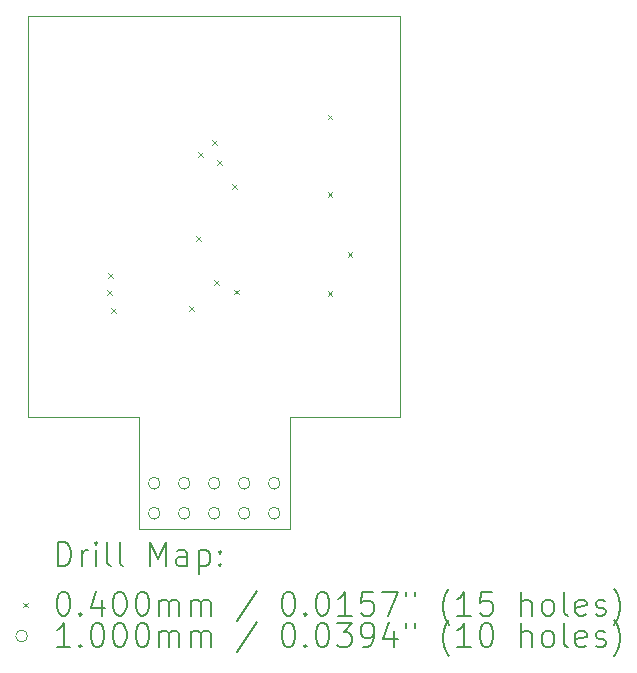
<source format=gbr>
%FSLAX45Y45*%
G04 Gerber Fmt 4.5, Leading zero omitted, Abs format (unit mm)*
G04 Created by KiCad (PCBNEW 6.0.5+dfsg-1) date 2022-06-06 15:17:56*
%MOMM*%
%LPD*%
G01*
G04 APERTURE LIST*
%TA.AperFunction,Profile*%
%ADD10C,0.100000*%
%TD*%
%ADD11C,0.200000*%
%ADD12C,0.040000*%
%ADD13C,0.100000*%
G04 APERTURE END LIST*
D10*
X12415000Y-11690000D02*
X12415000Y-10740000D01*
X11480000Y-7350000D02*
X14630000Y-7350000D01*
X14630000Y-7350000D02*
X14630000Y-10745000D01*
X13695000Y-11690000D02*
X13695000Y-10745000D01*
X12415000Y-11690000D02*
X13695000Y-11690000D01*
X11480000Y-10740000D02*
X11480000Y-7350000D01*
X12415000Y-10740000D02*
X11480000Y-10740000D01*
X13695000Y-10745000D02*
X14630000Y-10745000D01*
D11*
D12*
X12150000Y-9670000D02*
X12190000Y-9710000D01*
X12190000Y-9670000D02*
X12150000Y-9710000D01*
X12155000Y-9525000D02*
X12195000Y-9565000D01*
X12195000Y-9525000D02*
X12155000Y-9565000D01*
X12185000Y-9825000D02*
X12225000Y-9865000D01*
X12225000Y-9825000D02*
X12185000Y-9865000D01*
X12840000Y-9805000D02*
X12880000Y-9845000D01*
X12880000Y-9805000D02*
X12840000Y-9845000D01*
X12905000Y-9210000D02*
X12945000Y-9250000D01*
X12945000Y-9210000D02*
X12905000Y-9250000D01*
X12920000Y-8500000D02*
X12960000Y-8540000D01*
X12960000Y-8500000D02*
X12920000Y-8540000D01*
X13035000Y-8400000D02*
X13075000Y-8440000D01*
X13075000Y-8400000D02*
X13035000Y-8440000D01*
X13055000Y-9585000D02*
X13095000Y-9625000D01*
X13095000Y-9585000D02*
X13055000Y-9625000D01*
X13080000Y-8570000D02*
X13120000Y-8610000D01*
X13120000Y-8570000D02*
X13080000Y-8610000D01*
X13205000Y-8775000D02*
X13245000Y-8815000D01*
X13245000Y-8775000D02*
X13205000Y-8815000D01*
X13225000Y-9665000D02*
X13265000Y-9705000D01*
X13265000Y-9665000D02*
X13225000Y-9705000D01*
X14015000Y-8185000D02*
X14055000Y-8225000D01*
X14055000Y-8185000D02*
X14015000Y-8225000D01*
X14015000Y-8840000D02*
X14055000Y-8880000D01*
X14055000Y-8840000D02*
X14015000Y-8880000D01*
X14015000Y-9680000D02*
X14055000Y-9720000D01*
X14055000Y-9680000D02*
X14015000Y-9720000D01*
X14185000Y-9350000D02*
X14225000Y-9390000D01*
X14225000Y-9350000D02*
X14185000Y-9390000D01*
D13*
X12597000Y-11305000D02*
G75*
G03*
X12597000Y-11305000I-50000J0D01*
G01*
X12597000Y-11559000D02*
G75*
G03*
X12597000Y-11559000I-50000J0D01*
G01*
X12851000Y-11305000D02*
G75*
G03*
X12851000Y-11305000I-50000J0D01*
G01*
X12851000Y-11559000D02*
G75*
G03*
X12851000Y-11559000I-50000J0D01*
G01*
X13105000Y-11305000D02*
G75*
G03*
X13105000Y-11305000I-50000J0D01*
G01*
X13105000Y-11559000D02*
G75*
G03*
X13105000Y-11559000I-50000J0D01*
G01*
X13359000Y-11305000D02*
G75*
G03*
X13359000Y-11305000I-50000J0D01*
G01*
X13359000Y-11559000D02*
G75*
G03*
X13359000Y-11559000I-50000J0D01*
G01*
X13613000Y-11305000D02*
G75*
G03*
X13613000Y-11305000I-50000J0D01*
G01*
X13613000Y-11559000D02*
G75*
G03*
X13613000Y-11559000I-50000J0D01*
G01*
D11*
X11732619Y-12005476D02*
X11732619Y-11805476D01*
X11780238Y-11805476D01*
X11808809Y-11815000D01*
X11827857Y-11834048D01*
X11837381Y-11853095D01*
X11846905Y-11891190D01*
X11846905Y-11919762D01*
X11837381Y-11957857D01*
X11827857Y-11976905D01*
X11808809Y-11995952D01*
X11780238Y-12005476D01*
X11732619Y-12005476D01*
X11932619Y-12005476D02*
X11932619Y-11872143D01*
X11932619Y-11910238D02*
X11942143Y-11891190D01*
X11951667Y-11881667D01*
X11970714Y-11872143D01*
X11989762Y-11872143D01*
X12056428Y-12005476D02*
X12056428Y-11872143D01*
X12056428Y-11805476D02*
X12046905Y-11815000D01*
X12056428Y-11824524D01*
X12065952Y-11815000D01*
X12056428Y-11805476D01*
X12056428Y-11824524D01*
X12180238Y-12005476D02*
X12161190Y-11995952D01*
X12151667Y-11976905D01*
X12151667Y-11805476D01*
X12285000Y-12005476D02*
X12265952Y-11995952D01*
X12256428Y-11976905D01*
X12256428Y-11805476D01*
X12513571Y-12005476D02*
X12513571Y-11805476D01*
X12580238Y-11948333D01*
X12646905Y-11805476D01*
X12646905Y-12005476D01*
X12827857Y-12005476D02*
X12827857Y-11900714D01*
X12818333Y-11881667D01*
X12799286Y-11872143D01*
X12761190Y-11872143D01*
X12742143Y-11881667D01*
X12827857Y-11995952D02*
X12808809Y-12005476D01*
X12761190Y-12005476D01*
X12742143Y-11995952D01*
X12732619Y-11976905D01*
X12732619Y-11957857D01*
X12742143Y-11938809D01*
X12761190Y-11929286D01*
X12808809Y-11929286D01*
X12827857Y-11919762D01*
X12923095Y-11872143D02*
X12923095Y-12072143D01*
X12923095Y-11881667D02*
X12942143Y-11872143D01*
X12980238Y-11872143D01*
X12999286Y-11881667D01*
X13008809Y-11891190D01*
X13018333Y-11910238D01*
X13018333Y-11967381D01*
X13008809Y-11986428D01*
X12999286Y-11995952D01*
X12980238Y-12005476D01*
X12942143Y-12005476D01*
X12923095Y-11995952D01*
X13104048Y-11986428D02*
X13113571Y-11995952D01*
X13104048Y-12005476D01*
X13094524Y-11995952D01*
X13104048Y-11986428D01*
X13104048Y-12005476D01*
X13104048Y-11881667D02*
X13113571Y-11891190D01*
X13104048Y-11900714D01*
X13094524Y-11891190D01*
X13104048Y-11881667D01*
X13104048Y-11900714D01*
D12*
X11435000Y-12315000D02*
X11475000Y-12355000D01*
X11475000Y-12315000D02*
X11435000Y-12355000D01*
D11*
X11770714Y-12225476D02*
X11789762Y-12225476D01*
X11808809Y-12235000D01*
X11818333Y-12244524D01*
X11827857Y-12263571D01*
X11837381Y-12301667D01*
X11837381Y-12349286D01*
X11827857Y-12387381D01*
X11818333Y-12406428D01*
X11808809Y-12415952D01*
X11789762Y-12425476D01*
X11770714Y-12425476D01*
X11751667Y-12415952D01*
X11742143Y-12406428D01*
X11732619Y-12387381D01*
X11723095Y-12349286D01*
X11723095Y-12301667D01*
X11732619Y-12263571D01*
X11742143Y-12244524D01*
X11751667Y-12235000D01*
X11770714Y-12225476D01*
X11923095Y-12406428D02*
X11932619Y-12415952D01*
X11923095Y-12425476D01*
X11913571Y-12415952D01*
X11923095Y-12406428D01*
X11923095Y-12425476D01*
X12104048Y-12292143D02*
X12104048Y-12425476D01*
X12056428Y-12215952D02*
X12008809Y-12358809D01*
X12132619Y-12358809D01*
X12246905Y-12225476D02*
X12265952Y-12225476D01*
X12285000Y-12235000D01*
X12294524Y-12244524D01*
X12304048Y-12263571D01*
X12313571Y-12301667D01*
X12313571Y-12349286D01*
X12304048Y-12387381D01*
X12294524Y-12406428D01*
X12285000Y-12415952D01*
X12265952Y-12425476D01*
X12246905Y-12425476D01*
X12227857Y-12415952D01*
X12218333Y-12406428D01*
X12208809Y-12387381D01*
X12199286Y-12349286D01*
X12199286Y-12301667D01*
X12208809Y-12263571D01*
X12218333Y-12244524D01*
X12227857Y-12235000D01*
X12246905Y-12225476D01*
X12437381Y-12225476D02*
X12456428Y-12225476D01*
X12475476Y-12235000D01*
X12485000Y-12244524D01*
X12494524Y-12263571D01*
X12504048Y-12301667D01*
X12504048Y-12349286D01*
X12494524Y-12387381D01*
X12485000Y-12406428D01*
X12475476Y-12415952D01*
X12456428Y-12425476D01*
X12437381Y-12425476D01*
X12418333Y-12415952D01*
X12408809Y-12406428D01*
X12399286Y-12387381D01*
X12389762Y-12349286D01*
X12389762Y-12301667D01*
X12399286Y-12263571D01*
X12408809Y-12244524D01*
X12418333Y-12235000D01*
X12437381Y-12225476D01*
X12589762Y-12425476D02*
X12589762Y-12292143D01*
X12589762Y-12311190D02*
X12599286Y-12301667D01*
X12618333Y-12292143D01*
X12646905Y-12292143D01*
X12665952Y-12301667D01*
X12675476Y-12320714D01*
X12675476Y-12425476D01*
X12675476Y-12320714D02*
X12685000Y-12301667D01*
X12704048Y-12292143D01*
X12732619Y-12292143D01*
X12751667Y-12301667D01*
X12761190Y-12320714D01*
X12761190Y-12425476D01*
X12856428Y-12425476D02*
X12856428Y-12292143D01*
X12856428Y-12311190D02*
X12865952Y-12301667D01*
X12885000Y-12292143D01*
X12913571Y-12292143D01*
X12932619Y-12301667D01*
X12942143Y-12320714D01*
X12942143Y-12425476D01*
X12942143Y-12320714D02*
X12951667Y-12301667D01*
X12970714Y-12292143D01*
X12999286Y-12292143D01*
X13018333Y-12301667D01*
X13027857Y-12320714D01*
X13027857Y-12425476D01*
X13418333Y-12215952D02*
X13246905Y-12473095D01*
X13675476Y-12225476D02*
X13694524Y-12225476D01*
X13713571Y-12235000D01*
X13723095Y-12244524D01*
X13732619Y-12263571D01*
X13742143Y-12301667D01*
X13742143Y-12349286D01*
X13732619Y-12387381D01*
X13723095Y-12406428D01*
X13713571Y-12415952D01*
X13694524Y-12425476D01*
X13675476Y-12425476D01*
X13656428Y-12415952D01*
X13646905Y-12406428D01*
X13637381Y-12387381D01*
X13627857Y-12349286D01*
X13627857Y-12301667D01*
X13637381Y-12263571D01*
X13646905Y-12244524D01*
X13656428Y-12235000D01*
X13675476Y-12225476D01*
X13827857Y-12406428D02*
X13837381Y-12415952D01*
X13827857Y-12425476D01*
X13818333Y-12415952D01*
X13827857Y-12406428D01*
X13827857Y-12425476D01*
X13961190Y-12225476D02*
X13980238Y-12225476D01*
X13999286Y-12235000D01*
X14008809Y-12244524D01*
X14018333Y-12263571D01*
X14027857Y-12301667D01*
X14027857Y-12349286D01*
X14018333Y-12387381D01*
X14008809Y-12406428D01*
X13999286Y-12415952D01*
X13980238Y-12425476D01*
X13961190Y-12425476D01*
X13942143Y-12415952D01*
X13932619Y-12406428D01*
X13923095Y-12387381D01*
X13913571Y-12349286D01*
X13913571Y-12301667D01*
X13923095Y-12263571D01*
X13932619Y-12244524D01*
X13942143Y-12235000D01*
X13961190Y-12225476D01*
X14218333Y-12425476D02*
X14104048Y-12425476D01*
X14161190Y-12425476D02*
X14161190Y-12225476D01*
X14142143Y-12254048D01*
X14123095Y-12273095D01*
X14104048Y-12282619D01*
X14399286Y-12225476D02*
X14304048Y-12225476D01*
X14294524Y-12320714D01*
X14304048Y-12311190D01*
X14323095Y-12301667D01*
X14370714Y-12301667D01*
X14389762Y-12311190D01*
X14399286Y-12320714D01*
X14408809Y-12339762D01*
X14408809Y-12387381D01*
X14399286Y-12406428D01*
X14389762Y-12415952D01*
X14370714Y-12425476D01*
X14323095Y-12425476D01*
X14304048Y-12415952D01*
X14294524Y-12406428D01*
X14475476Y-12225476D02*
X14608809Y-12225476D01*
X14523095Y-12425476D01*
X14675476Y-12225476D02*
X14675476Y-12263571D01*
X14751667Y-12225476D02*
X14751667Y-12263571D01*
X15046905Y-12501667D02*
X15037381Y-12492143D01*
X15018333Y-12463571D01*
X15008809Y-12444524D01*
X14999286Y-12415952D01*
X14989762Y-12368333D01*
X14989762Y-12330238D01*
X14999286Y-12282619D01*
X15008809Y-12254048D01*
X15018333Y-12235000D01*
X15037381Y-12206428D01*
X15046905Y-12196905D01*
X15227857Y-12425476D02*
X15113571Y-12425476D01*
X15170714Y-12425476D02*
X15170714Y-12225476D01*
X15151667Y-12254048D01*
X15132619Y-12273095D01*
X15113571Y-12282619D01*
X15408809Y-12225476D02*
X15313571Y-12225476D01*
X15304048Y-12320714D01*
X15313571Y-12311190D01*
X15332619Y-12301667D01*
X15380238Y-12301667D01*
X15399286Y-12311190D01*
X15408809Y-12320714D01*
X15418333Y-12339762D01*
X15418333Y-12387381D01*
X15408809Y-12406428D01*
X15399286Y-12415952D01*
X15380238Y-12425476D01*
X15332619Y-12425476D01*
X15313571Y-12415952D01*
X15304048Y-12406428D01*
X15656428Y-12425476D02*
X15656428Y-12225476D01*
X15742143Y-12425476D02*
X15742143Y-12320714D01*
X15732619Y-12301667D01*
X15713571Y-12292143D01*
X15685000Y-12292143D01*
X15665952Y-12301667D01*
X15656428Y-12311190D01*
X15865952Y-12425476D02*
X15846905Y-12415952D01*
X15837381Y-12406428D01*
X15827857Y-12387381D01*
X15827857Y-12330238D01*
X15837381Y-12311190D01*
X15846905Y-12301667D01*
X15865952Y-12292143D01*
X15894524Y-12292143D01*
X15913571Y-12301667D01*
X15923095Y-12311190D01*
X15932619Y-12330238D01*
X15932619Y-12387381D01*
X15923095Y-12406428D01*
X15913571Y-12415952D01*
X15894524Y-12425476D01*
X15865952Y-12425476D01*
X16046905Y-12425476D02*
X16027857Y-12415952D01*
X16018333Y-12396905D01*
X16018333Y-12225476D01*
X16199286Y-12415952D02*
X16180238Y-12425476D01*
X16142143Y-12425476D01*
X16123095Y-12415952D01*
X16113571Y-12396905D01*
X16113571Y-12320714D01*
X16123095Y-12301667D01*
X16142143Y-12292143D01*
X16180238Y-12292143D01*
X16199286Y-12301667D01*
X16208809Y-12320714D01*
X16208809Y-12339762D01*
X16113571Y-12358809D01*
X16285000Y-12415952D02*
X16304048Y-12425476D01*
X16342143Y-12425476D01*
X16361190Y-12415952D01*
X16370714Y-12396905D01*
X16370714Y-12387381D01*
X16361190Y-12368333D01*
X16342143Y-12358809D01*
X16313571Y-12358809D01*
X16294524Y-12349286D01*
X16285000Y-12330238D01*
X16285000Y-12320714D01*
X16294524Y-12301667D01*
X16313571Y-12292143D01*
X16342143Y-12292143D01*
X16361190Y-12301667D01*
X16437381Y-12501667D02*
X16446905Y-12492143D01*
X16465952Y-12463571D01*
X16475476Y-12444524D01*
X16485000Y-12415952D01*
X16494524Y-12368333D01*
X16494524Y-12330238D01*
X16485000Y-12282619D01*
X16475476Y-12254048D01*
X16465952Y-12235000D01*
X16446905Y-12206428D01*
X16437381Y-12196905D01*
D13*
X11475000Y-12599000D02*
G75*
G03*
X11475000Y-12599000I-50000J0D01*
G01*
D11*
X11837381Y-12689476D02*
X11723095Y-12689476D01*
X11780238Y-12689476D02*
X11780238Y-12489476D01*
X11761190Y-12518048D01*
X11742143Y-12537095D01*
X11723095Y-12546619D01*
X11923095Y-12670428D02*
X11932619Y-12679952D01*
X11923095Y-12689476D01*
X11913571Y-12679952D01*
X11923095Y-12670428D01*
X11923095Y-12689476D01*
X12056428Y-12489476D02*
X12075476Y-12489476D01*
X12094524Y-12499000D01*
X12104048Y-12508524D01*
X12113571Y-12527571D01*
X12123095Y-12565667D01*
X12123095Y-12613286D01*
X12113571Y-12651381D01*
X12104048Y-12670428D01*
X12094524Y-12679952D01*
X12075476Y-12689476D01*
X12056428Y-12689476D01*
X12037381Y-12679952D01*
X12027857Y-12670428D01*
X12018333Y-12651381D01*
X12008809Y-12613286D01*
X12008809Y-12565667D01*
X12018333Y-12527571D01*
X12027857Y-12508524D01*
X12037381Y-12499000D01*
X12056428Y-12489476D01*
X12246905Y-12489476D02*
X12265952Y-12489476D01*
X12285000Y-12499000D01*
X12294524Y-12508524D01*
X12304048Y-12527571D01*
X12313571Y-12565667D01*
X12313571Y-12613286D01*
X12304048Y-12651381D01*
X12294524Y-12670428D01*
X12285000Y-12679952D01*
X12265952Y-12689476D01*
X12246905Y-12689476D01*
X12227857Y-12679952D01*
X12218333Y-12670428D01*
X12208809Y-12651381D01*
X12199286Y-12613286D01*
X12199286Y-12565667D01*
X12208809Y-12527571D01*
X12218333Y-12508524D01*
X12227857Y-12499000D01*
X12246905Y-12489476D01*
X12437381Y-12489476D02*
X12456428Y-12489476D01*
X12475476Y-12499000D01*
X12485000Y-12508524D01*
X12494524Y-12527571D01*
X12504048Y-12565667D01*
X12504048Y-12613286D01*
X12494524Y-12651381D01*
X12485000Y-12670428D01*
X12475476Y-12679952D01*
X12456428Y-12689476D01*
X12437381Y-12689476D01*
X12418333Y-12679952D01*
X12408809Y-12670428D01*
X12399286Y-12651381D01*
X12389762Y-12613286D01*
X12389762Y-12565667D01*
X12399286Y-12527571D01*
X12408809Y-12508524D01*
X12418333Y-12499000D01*
X12437381Y-12489476D01*
X12589762Y-12689476D02*
X12589762Y-12556143D01*
X12589762Y-12575190D02*
X12599286Y-12565667D01*
X12618333Y-12556143D01*
X12646905Y-12556143D01*
X12665952Y-12565667D01*
X12675476Y-12584714D01*
X12675476Y-12689476D01*
X12675476Y-12584714D02*
X12685000Y-12565667D01*
X12704048Y-12556143D01*
X12732619Y-12556143D01*
X12751667Y-12565667D01*
X12761190Y-12584714D01*
X12761190Y-12689476D01*
X12856428Y-12689476D02*
X12856428Y-12556143D01*
X12856428Y-12575190D02*
X12865952Y-12565667D01*
X12885000Y-12556143D01*
X12913571Y-12556143D01*
X12932619Y-12565667D01*
X12942143Y-12584714D01*
X12942143Y-12689476D01*
X12942143Y-12584714D02*
X12951667Y-12565667D01*
X12970714Y-12556143D01*
X12999286Y-12556143D01*
X13018333Y-12565667D01*
X13027857Y-12584714D01*
X13027857Y-12689476D01*
X13418333Y-12479952D02*
X13246905Y-12737095D01*
X13675476Y-12489476D02*
X13694524Y-12489476D01*
X13713571Y-12499000D01*
X13723095Y-12508524D01*
X13732619Y-12527571D01*
X13742143Y-12565667D01*
X13742143Y-12613286D01*
X13732619Y-12651381D01*
X13723095Y-12670428D01*
X13713571Y-12679952D01*
X13694524Y-12689476D01*
X13675476Y-12689476D01*
X13656428Y-12679952D01*
X13646905Y-12670428D01*
X13637381Y-12651381D01*
X13627857Y-12613286D01*
X13627857Y-12565667D01*
X13637381Y-12527571D01*
X13646905Y-12508524D01*
X13656428Y-12499000D01*
X13675476Y-12489476D01*
X13827857Y-12670428D02*
X13837381Y-12679952D01*
X13827857Y-12689476D01*
X13818333Y-12679952D01*
X13827857Y-12670428D01*
X13827857Y-12689476D01*
X13961190Y-12489476D02*
X13980238Y-12489476D01*
X13999286Y-12499000D01*
X14008809Y-12508524D01*
X14018333Y-12527571D01*
X14027857Y-12565667D01*
X14027857Y-12613286D01*
X14018333Y-12651381D01*
X14008809Y-12670428D01*
X13999286Y-12679952D01*
X13980238Y-12689476D01*
X13961190Y-12689476D01*
X13942143Y-12679952D01*
X13932619Y-12670428D01*
X13923095Y-12651381D01*
X13913571Y-12613286D01*
X13913571Y-12565667D01*
X13923095Y-12527571D01*
X13932619Y-12508524D01*
X13942143Y-12499000D01*
X13961190Y-12489476D01*
X14094524Y-12489476D02*
X14218333Y-12489476D01*
X14151667Y-12565667D01*
X14180238Y-12565667D01*
X14199286Y-12575190D01*
X14208809Y-12584714D01*
X14218333Y-12603762D01*
X14218333Y-12651381D01*
X14208809Y-12670428D01*
X14199286Y-12679952D01*
X14180238Y-12689476D01*
X14123095Y-12689476D01*
X14104048Y-12679952D01*
X14094524Y-12670428D01*
X14313571Y-12689476D02*
X14351667Y-12689476D01*
X14370714Y-12679952D01*
X14380238Y-12670428D01*
X14399286Y-12641857D01*
X14408809Y-12603762D01*
X14408809Y-12527571D01*
X14399286Y-12508524D01*
X14389762Y-12499000D01*
X14370714Y-12489476D01*
X14332619Y-12489476D01*
X14313571Y-12499000D01*
X14304048Y-12508524D01*
X14294524Y-12527571D01*
X14294524Y-12575190D01*
X14304048Y-12594238D01*
X14313571Y-12603762D01*
X14332619Y-12613286D01*
X14370714Y-12613286D01*
X14389762Y-12603762D01*
X14399286Y-12594238D01*
X14408809Y-12575190D01*
X14580238Y-12556143D02*
X14580238Y-12689476D01*
X14532619Y-12479952D02*
X14485000Y-12622809D01*
X14608809Y-12622809D01*
X14675476Y-12489476D02*
X14675476Y-12527571D01*
X14751667Y-12489476D02*
X14751667Y-12527571D01*
X15046905Y-12765667D02*
X15037381Y-12756143D01*
X15018333Y-12727571D01*
X15008809Y-12708524D01*
X14999286Y-12679952D01*
X14989762Y-12632333D01*
X14989762Y-12594238D01*
X14999286Y-12546619D01*
X15008809Y-12518048D01*
X15018333Y-12499000D01*
X15037381Y-12470428D01*
X15046905Y-12460905D01*
X15227857Y-12689476D02*
X15113571Y-12689476D01*
X15170714Y-12689476D02*
X15170714Y-12489476D01*
X15151667Y-12518048D01*
X15132619Y-12537095D01*
X15113571Y-12546619D01*
X15351667Y-12489476D02*
X15370714Y-12489476D01*
X15389762Y-12499000D01*
X15399286Y-12508524D01*
X15408809Y-12527571D01*
X15418333Y-12565667D01*
X15418333Y-12613286D01*
X15408809Y-12651381D01*
X15399286Y-12670428D01*
X15389762Y-12679952D01*
X15370714Y-12689476D01*
X15351667Y-12689476D01*
X15332619Y-12679952D01*
X15323095Y-12670428D01*
X15313571Y-12651381D01*
X15304048Y-12613286D01*
X15304048Y-12565667D01*
X15313571Y-12527571D01*
X15323095Y-12508524D01*
X15332619Y-12499000D01*
X15351667Y-12489476D01*
X15656428Y-12689476D02*
X15656428Y-12489476D01*
X15742143Y-12689476D02*
X15742143Y-12584714D01*
X15732619Y-12565667D01*
X15713571Y-12556143D01*
X15685000Y-12556143D01*
X15665952Y-12565667D01*
X15656428Y-12575190D01*
X15865952Y-12689476D02*
X15846905Y-12679952D01*
X15837381Y-12670428D01*
X15827857Y-12651381D01*
X15827857Y-12594238D01*
X15837381Y-12575190D01*
X15846905Y-12565667D01*
X15865952Y-12556143D01*
X15894524Y-12556143D01*
X15913571Y-12565667D01*
X15923095Y-12575190D01*
X15932619Y-12594238D01*
X15932619Y-12651381D01*
X15923095Y-12670428D01*
X15913571Y-12679952D01*
X15894524Y-12689476D01*
X15865952Y-12689476D01*
X16046905Y-12689476D02*
X16027857Y-12679952D01*
X16018333Y-12660905D01*
X16018333Y-12489476D01*
X16199286Y-12679952D02*
X16180238Y-12689476D01*
X16142143Y-12689476D01*
X16123095Y-12679952D01*
X16113571Y-12660905D01*
X16113571Y-12584714D01*
X16123095Y-12565667D01*
X16142143Y-12556143D01*
X16180238Y-12556143D01*
X16199286Y-12565667D01*
X16208809Y-12584714D01*
X16208809Y-12603762D01*
X16113571Y-12622809D01*
X16285000Y-12679952D02*
X16304048Y-12689476D01*
X16342143Y-12689476D01*
X16361190Y-12679952D01*
X16370714Y-12660905D01*
X16370714Y-12651381D01*
X16361190Y-12632333D01*
X16342143Y-12622809D01*
X16313571Y-12622809D01*
X16294524Y-12613286D01*
X16285000Y-12594238D01*
X16285000Y-12584714D01*
X16294524Y-12565667D01*
X16313571Y-12556143D01*
X16342143Y-12556143D01*
X16361190Y-12565667D01*
X16437381Y-12765667D02*
X16446905Y-12756143D01*
X16465952Y-12727571D01*
X16475476Y-12708524D01*
X16485000Y-12679952D01*
X16494524Y-12632333D01*
X16494524Y-12594238D01*
X16485000Y-12546619D01*
X16475476Y-12518048D01*
X16465952Y-12499000D01*
X16446905Y-12470428D01*
X16437381Y-12460905D01*
M02*

</source>
